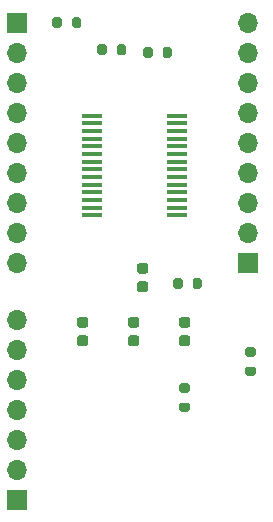
<source format=gbr>
G04 #@! TF.GenerationSoftware,KiCad,Pcbnew,(5.1.12-1-10_14)*
G04 #@! TF.CreationDate,2021-12-17T21:30:25-05:00*
G04 #@! TF.ProjectId,charlieplexboard,63686172-6c69-4657-906c-6578626f6172,rev?*
G04 #@! TF.SameCoordinates,Original*
G04 #@! TF.FileFunction,Soldermask,Top*
G04 #@! TF.FilePolarity,Negative*
%FSLAX46Y46*%
G04 Gerber Fmt 4.6, Leading zero omitted, Abs format (unit mm)*
G04 Created by KiCad (PCBNEW (5.1.12-1-10_14)) date 2021-12-17 21:30:25*
%MOMM*%
%LPD*%
G01*
G04 APERTURE LIST*
%ADD10O,1.700000X1.700000*%
%ADD11R,1.700000X1.700000*%
%ADD12R,1.750000X0.450000*%
G04 APERTURE END LIST*
D10*
G04 #@! TO.C,J2*
X153216000Y-105322000D03*
X153216000Y-102782000D03*
X153216000Y-100242000D03*
X153216000Y-97702000D03*
X153216000Y-95162000D03*
X153216000Y-92622000D03*
X153216000Y-90082000D03*
X153216000Y-87542000D03*
D11*
X153216000Y-85002000D03*
G04 #@! TD*
D10*
G04 #@! TO.C,J1*
X172774000Y-85002000D03*
X172774000Y-87542000D03*
X172774000Y-90082000D03*
X172774000Y-92622000D03*
X172774000Y-95162000D03*
X172774000Y-97702000D03*
X172774000Y-100242000D03*
X172774000Y-102782000D03*
D11*
X172774000Y-105322000D03*
G04 #@! TD*
D12*
G04 #@! TO.C,U4*
X166800000Y-92875000D03*
X166800000Y-93525000D03*
X166800000Y-94175000D03*
X166800000Y-94825000D03*
X166800000Y-95475000D03*
X166800000Y-96125000D03*
X166800000Y-96775000D03*
X166800000Y-97425000D03*
X166800000Y-98075000D03*
X166800000Y-98725000D03*
X166800000Y-99375000D03*
X166800000Y-100025000D03*
X166800000Y-100675000D03*
X166800000Y-101325000D03*
X159600000Y-101325000D03*
X159600000Y-100675000D03*
X159600000Y-100025000D03*
X159600000Y-99375000D03*
X159600000Y-98725000D03*
X159600000Y-98075000D03*
X159600000Y-97425000D03*
X159600000Y-96775000D03*
X159600000Y-96125000D03*
X159600000Y-95475000D03*
X159600000Y-94825000D03*
X159600000Y-94175000D03*
X159600000Y-93525000D03*
X159600000Y-92875000D03*
G04 #@! TD*
G04 #@! TO.C,R10*
G36*
G01*
X168119000Y-107375000D02*
X168119000Y-106825000D01*
G75*
G02*
X168319000Y-106625000I200000J0D01*
G01*
X168719000Y-106625000D01*
G75*
G02*
X168919000Y-106825000I0J-200000D01*
G01*
X168919000Y-107375000D01*
G75*
G02*
X168719000Y-107575000I-200000J0D01*
G01*
X168319000Y-107575000D01*
G75*
G02*
X168119000Y-107375000I0J200000D01*
G01*
G37*
G36*
G01*
X166469000Y-107375000D02*
X166469000Y-106825000D01*
G75*
G02*
X166669000Y-106625000I200000J0D01*
G01*
X167069000Y-106625000D01*
G75*
G02*
X167269000Y-106825000I0J-200000D01*
G01*
X167269000Y-107375000D01*
G75*
G02*
X167069000Y-107575000I-200000J0D01*
G01*
X166669000Y-107575000D01*
G75*
G02*
X166469000Y-107375000I0J200000D01*
G01*
G37*
G04 #@! TD*
G04 #@! TO.C,R9*
G36*
G01*
X167165000Y-117177000D02*
X167715000Y-117177000D01*
G75*
G02*
X167915000Y-117377000I0J-200000D01*
G01*
X167915000Y-117777000D01*
G75*
G02*
X167715000Y-117977000I-200000J0D01*
G01*
X167165000Y-117977000D01*
G75*
G02*
X166965000Y-117777000I0J200000D01*
G01*
X166965000Y-117377000D01*
G75*
G02*
X167165000Y-117177000I200000J0D01*
G01*
G37*
G36*
G01*
X167165000Y-115527000D02*
X167715000Y-115527000D01*
G75*
G02*
X167915000Y-115727000I0J-200000D01*
G01*
X167915000Y-116127000D01*
G75*
G02*
X167715000Y-116327000I-200000J0D01*
G01*
X167165000Y-116327000D01*
G75*
G02*
X166965000Y-116127000I0J200000D01*
G01*
X166965000Y-115727000D01*
G75*
G02*
X167165000Y-115527000I200000J0D01*
G01*
G37*
G04 #@! TD*
G04 #@! TO.C,R8*
G36*
G01*
X172753000Y-114129000D02*
X173303000Y-114129000D01*
G75*
G02*
X173503000Y-114329000I0J-200000D01*
G01*
X173503000Y-114729000D01*
G75*
G02*
X173303000Y-114929000I-200000J0D01*
G01*
X172753000Y-114929000D01*
G75*
G02*
X172553000Y-114729000I0J200000D01*
G01*
X172553000Y-114329000D01*
G75*
G02*
X172753000Y-114129000I200000J0D01*
G01*
G37*
G36*
G01*
X172753000Y-112479000D02*
X173303000Y-112479000D01*
G75*
G02*
X173503000Y-112679000I0J-200000D01*
G01*
X173503000Y-113079000D01*
G75*
G02*
X173303000Y-113279000I-200000J0D01*
G01*
X172753000Y-113279000D01*
G75*
G02*
X172553000Y-113079000I0J200000D01*
G01*
X172553000Y-112679000D01*
G75*
G02*
X172753000Y-112479000I200000J0D01*
G01*
G37*
G04 #@! TD*
G04 #@! TO.C,R7*
G36*
G01*
X165579000Y-87817000D02*
X165579000Y-87267000D01*
G75*
G02*
X165779000Y-87067000I200000J0D01*
G01*
X166179000Y-87067000D01*
G75*
G02*
X166379000Y-87267000I0J-200000D01*
G01*
X166379000Y-87817000D01*
G75*
G02*
X166179000Y-88017000I-200000J0D01*
G01*
X165779000Y-88017000D01*
G75*
G02*
X165579000Y-87817000I0J200000D01*
G01*
G37*
G36*
G01*
X163929000Y-87817000D02*
X163929000Y-87267000D01*
G75*
G02*
X164129000Y-87067000I200000J0D01*
G01*
X164529000Y-87067000D01*
G75*
G02*
X164729000Y-87267000I0J-200000D01*
G01*
X164729000Y-87817000D01*
G75*
G02*
X164529000Y-88017000I-200000J0D01*
G01*
X164129000Y-88017000D01*
G75*
G02*
X163929000Y-87817000I0J200000D01*
G01*
G37*
G04 #@! TD*
G04 #@! TO.C,R6*
G36*
G01*
X161695000Y-87585000D02*
X161695000Y-87035000D01*
G75*
G02*
X161895000Y-86835000I200000J0D01*
G01*
X162295000Y-86835000D01*
G75*
G02*
X162495000Y-87035000I0J-200000D01*
G01*
X162495000Y-87585000D01*
G75*
G02*
X162295000Y-87785000I-200000J0D01*
G01*
X161895000Y-87785000D01*
G75*
G02*
X161695000Y-87585000I0J200000D01*
G01*
G37*
G36*
G01*
X160045000Y-87585000D02*
X160045000Y-87035000D01*
G75*
G02*
X160245000Y-86835000I200000J0D01*
G01*
X160645000Y-86835000D01*
G75*
G02*
X160845000Y-87035000I0J-200000D01*
G01*
X160845000Y-87585000D01*
G75*
G02*
X160645000Y-87785000I-200000J0D01*
G01*
X160245000Y-87785000D01*
G75*
G02*
X160045000Y-87585000I0J200000D01*
G01*
G37*
G04 #@! TD*
G04 #@! TO.C,R5*
G36*
G01*
X157896000Y-85277000D02*
X157896000Y-84727000D01*
G75*
G02*
X158096000Y-84527000I200000J0D01*
G01*
X158496000Y-84527000D01*
G75*
G02*
X158696000Y-84727000I0J-200000D01*
G01*
X158696000Y-85277000D01*
G75*
G02*
X158496000Y-85477000I-200000J0D01*
G01*
X158096000Y-85477000D01*
G75*
G02*
X157896000Y-85277000I0J200000D01*
G01*
G37*
G36*
G01*
X156246000Y-85277000D02*
X156246000Y-84727000D01*
G75*
G02*
X156446000Y-84527000I200000J0D01*
G01*
X156846000Y-84527000D01*
G75*
G02*
X157046000Y-84727000I0J-200000D01*
G01*
X157046000Y-85277000D01*
G75*
G02*
X156846000Y-85477000I-200000J0D01*
G01*
X156446000Y-85477000D01*
G75*
G02*
X156246000Y-85277000I0J200000D01*
G01*
G37*
G04 #@! TD*
D10*
G04 #@! TO.C,J3*
X153216000Y-110148000D03*
X153216000Y-112688000D03*
X153216000Y-115228000D03*
X153216000Y-117768000D03*
X153216000Y-120308000D03*
X153216000Y-122848000D03*
D11*
X153216000Y-125388000D03*
G04 #@! TD*
G04 #@! TO.C,C11*
G36*
G01*
X167690000Y-110839000D02*
X167190000Y-110839000D01*
G75*
G02*
X166965000Y-110614000I0J225000D01*
G01*
X166965000Y-110164000D01*
G75*
G02*
X167190000Y-109939000I225000J0D01*
G01*
X167690000Y-109939000D01*
G75*
G02*
X167915000Y-110164000I0J-225000D01*
G01*
X167915000Y-110614000D01*
G75*
G02*
X167690000Y-110839000I-225000J0D01*
G01*
G37*
G36*
G01*
X167690000Y-112389000D02*
X167190000Y-112389000D01*
G75*
G02*
X166965000Y-112164000I0J225000D01*
G01*
X166965000Y-111714000D01*
G75*
G02*
X167190000Y-111489000I225000J0D01*
G01*
X167690000Y-111489000D01*
G75*
G02*
X167915000Y-111714000I0J-225000D01*
G01*
X167915000Y-112164000D01*
G75*
G02*
X167690000Y-112389000I-225000J0D01*
G01*
G37*
G04 #@! TD*
G04 #@! TO.C,C10*
G36*
G01*
X163372000Y-110839000D02*
X162872000Y-110839000D01*
G75*
G02*
X162647000Y-110614000I0J225000D01*
G01*
X162647000Y-110164000D01*
G75*
G02*
X162872000Y-109939000I225000J0D01*
G01*
X163372000Y-109939000D01*
G75*
G02*
X163597000Y-110164000I0J-225000D01*
G01*
X163597000Y-110614000D01*
G75*
G02*
X163372000Y-110839000I-225000J0D01*
G01*
G37*
G36*
G01*
X163372000Y-112389000D02*
X162872000Y-112389000D01*
G75*
G02*
X162647000Y-112164000I0J225000D01*
G01*
X162647000Y-111714000D01*
G75*
G02*
X162872000Y-111489000I225000J0D01*
G01*
X163372000Y-111489000D01*
G75*
G02*
X163597000Y-111714000I0J-225000D01*
G01*
X163597000Y-112164000D01*
G75*
G02*
X163372000Y-112389000I-225000J0D01*
G01*
G37*
G04 #@! TD*
G04 #@! TO.C,C9*
G36*
G01*
X159054000Y-110839000D02*
X158554000Y-110839000D01*
G75*
G02*
X158329000Y-110614000I0J225000D01*
G01*
X158329000Y-110164000D01*
G75*
G02*
X158554000Y-109939000I225000J0D01*
G01*
X159054000Y-109939000D01*
G75*
G02*
X159279000Y-110164000I0J-225000D01*
G01*
X159279000Y-110614000D01*
G75*
G02*
X159054000Y-110839000I-225000J0D01*
G01*
G37*
G36*
G01*
X159054000Y-112389000D02*
X158554000Y-112389000D01*
G75*
G02*
X158329000Y-112164000I0J225000D01*
G01*
X158329000Y-111714000D01*
G75*
G02*
X158554000Y-111489000I225000J0D01*
G01*
X159054000Y-111489000D01*
G75*
G02*
X159279000Y-111714000I0J-225000D01*
G01*
X159279000Y-112164000D01*
G75*
G02*
X159054000Y-112389000I-225000J0D01*
G01*
G37*
G04 #@! TD*
G04 #@! TO.C,C8*
G36*
G01*
X163634000Y-106917000D02*
X164134000Y-106917000D01*
G75*
G02*
X164359000Y-107142000I0J-225000D01*
G01*
X164359000Y-107592000D01*
G75*
G02*
X164134000Y-107817000I-225000J0D01*
G01*
X163634000Y-107817000D01*
G75*
G02*
X163409000Y-107592000I0J225000D01*
G01*
X163409000Y-107142000D01*
G75*
G02*
X163634000Y-106917000I225000J0D01*
G01*
G37*
G36*
G01*
X163634000Y-105367000D02*
X164134000Y-105367000D01*
G75*
G02*
X164359000Y-105592000I0J-225000D01*
G01*
X164359000Y-106042000D01*
G75*
G02*
X164134000Y-106267000I-225000J0D01*
G01*
X163634000Y-106267000D01*
G75*
G02*
X163409000Y-106042000I0J225000D01*
G01*
X163409000Y-105592000D01*
G75*
G02*
X163634000Y-105367000I225000J0D01*
G01*
G37*
G04 #@! TD*
M02*

</source>
